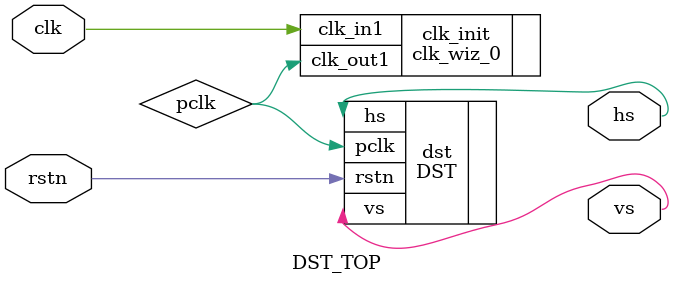
<source format=v>
module DST_TOP (
    input                   [ 0 : 0]            rstn,
    input                   [ 0 : 0]            clk,

    output                  [ 0 : 0]            hs,         //行同步
    output                  [ 0 : 0]            vs          //场同步
);
wire [0:0] pclk;
clk_wiz_0 clk_init(
    .clk_in1(clk),
    .clk_out1(pclk)
);
DST dst(
    .rstn(rstn),
    .pclk(pclk),
    .hs(hs),
    .vs(vs)
);
endmodule
</source>
